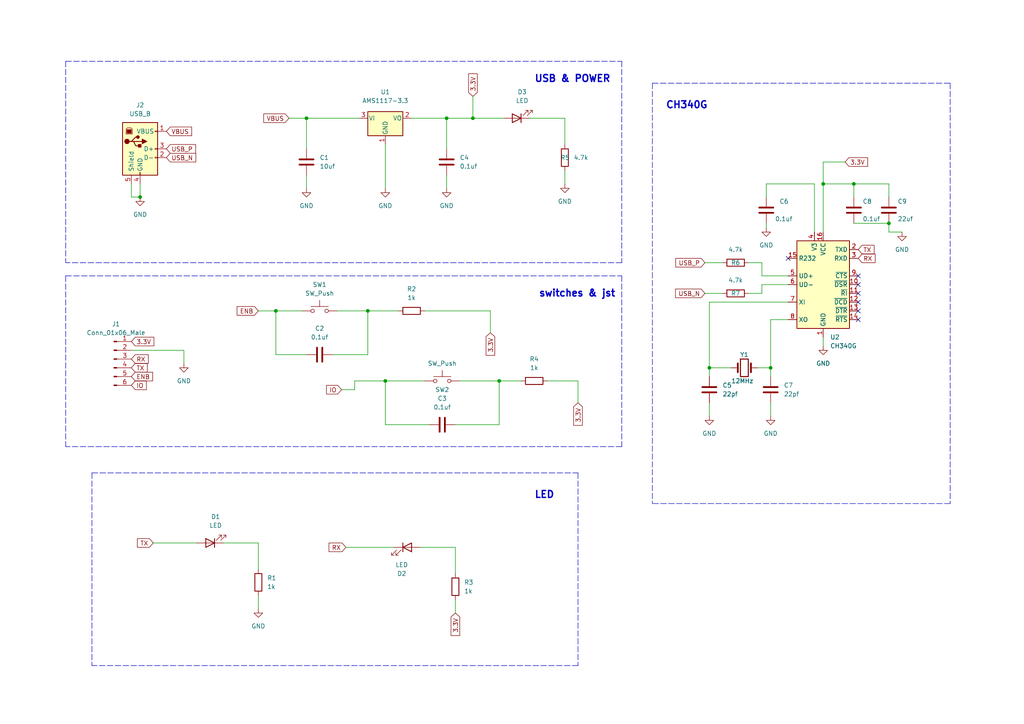
<source format=kicad_sch>
(kicad_sch (version 20211123) (generator eeschema)
  (paper "A4")
  (lib_symbols
    (symbol "Connector:Conn_01x06_Male" (pin_names (offset 1.016) hide)
      (property "Reference" "J" (at 0 7.62 0))
      (property "Value" "Conn_01x06_Male" (at 0 -10.16 0))
      (symbol "Conn_01x06_Male_1_1"
        (polyline (pts (xy 1.27 -7.62) (xy 0.8636 -7.62)) (stroke (width 0.1524)))
        (polyline (pts (xy 1.27 -5.08) (xy 0.8636 -5.08)) (stroke (width 0.1524)))
        (polyline (pts (xy 1.27 -2.54) (xy 0.8636 -2.54)) (stroke (width 0.1524)))
        (polyline (pts (xy 1.27 0) (xy 0.8636 0)) (stroke (width 0.1524)))
        (polyline (pts (xy 1.27 2.54) (xy 0.8636 2.54)) (stroke (width 0.1524)))
        (polyline (pts (xy 1.27 5.08) (xy 0.8636 5.08)) (stroke (width 0.1524)))
        (rectangle (start 0.8636 -7.493) (end 0 -7.747) (stroke (width 0.1524)) (fill (type outline)))
        (rectangle (start 0.8636 -4.953) (end 0 -5.207) (stroke (width 0.1524)) (fill (type outline)))
        (rectangle (start 0.8636 -2.413) (end 0 -2.667) (stroke (width 0.1524)) (fill (type outline)))
        (rectangle (start 0.8636 0.127) (end 0 -0.127) (stroke (width 0.1524)) (fill (type outline)))
        (rectangle (start 0.8636 2.667) (end 0 2.413) (stroke (width 0.1524)) (fill (type outline)))
        (rectangle (start 0.8636 5.207) (end 0 4.953) (stroke (width 0.1524)) (fill (type outline)))
        (pin passive line (at 5.08 5.08 180) (length 3.81) (name "Pin_1") (number "1"))
        (pin passive line (at 5.08 2.54 180) (length 3.81) (name "Pin_2") (number "2"))
        (pin passive line (at 5.08 0 180) (length 3.81) (name "Pin_3") (number "3"))
        (pin passive line (at 5.08 -2.54 180) (length 3.81) (name "Pin_4") (number "4"))
        (pin passive line (at 5.08 -5.08 180) (length 3.81) (name "Pin_5") (number "5"))
        (pin passive line (at 5.08 -7.62 180) (length 3.81) (name "Pin_6") (number "6"))
      )
    )
    (symbol "Connector:USB_B" (pin_names (offset 1.016))
      (property "Reference" "J" (at -5.08 11.43 0))
      (property "Value" "USB_B" (at -5.08 8.89 0))
      (symbol "USB_B_0_1"
        (rectangle (start -5.08 -7.62) (end 5.08 7.62) (stroke (width 0.254)) (fill (type background)))
        (circle (center -3.81 2.159) (radius 0.635) (stroke (width 0.254)) (fill (type outline)))
        (rectangle (start -3.81 5.588) (end -2.54 4.572) (fill (type outline)))
        (circle (center -0.635 3.429) (radius 0.381) (stroke (width 0.254)) (fill (type outline)))
        (rectangle (start -0.127 -7.62) (end 0.127 -6.858))
        (polyline (pts (xy -1.905 2.159) (xy 0.635 2.159)) (stroke (width 0.254)))
        (polyline (pts (xy -3.175 2.159) (xy -2.54 2.159) (xy -1.27 3.429) (xy -0.635 3.429)) (stroke (width 0.254)))
        (polyline (pts (xy -2.54 2.159) (xy -1.905 2.159) (xy -1.27 0.889) (xy 0 0.889)) (stroke (width 0.254)))
        (polyline (pts (xy 0.635 2.794) (xy 0.635 1.524) (xy 1.905 2.159) (xy 0.635 2.794)) (stroke (width 0.254)) (fill (type outline)))
        (polyline (pts (xy -4.064 4.318) (xy -2.286 4.318) (xy -2.286 5.715) (xy -2.667 6.096) (xy -3.683 6.096) (xy -4.064 5.715) (xy -4.064 4.318)))
        (rectangle (start 0.254 1.27) (end -0.508 0.508) (stroke (width 0.254)) (fill (type outline)))
        (rectangle (start 5.08 -2.667) (end 4.318 -2.413))
        (rectangle (start 5.08 -0.127) (end 4.318 0.127))
        (rectangle (start 5.08 4.953) (end 4.318 5.207))
      )
      (symbol "USB_B_1_1"
        (pin power_out line (at 7.62 5.08 180) (length 2.54) (name "VBUS") (number "1"))
        (pin bidirectional line (at 7.62 -2.54 180) (length 2.54) (name "D-") (number "2"))
        (pin bidirectional line (at 7.62 0 180) (length 2.54) (name "D+") (number "3"))
        (pin power_out line (at 0 -10.16 90) (length 2.54) (name "GND") (number "4"))
        (pin passive line (at -2.54 -10.16 90) (length 2.54) (name "Shield") (number "5"))
      )
    )
    (symbol "Device:C" (pin_numbers hide) (pin_names (offset 0.254))
      (property "Reference" "C" (at 0.635 2.54 0))
      (property "Value" "C" (at 0.635 -2.54 0))
      (symbol "C_0_1"
        (polyline (pts (xy -2.032 -0.762) (xy 2.032 -0.762)) (stroke (width 0.508)))
        (polyline (pts (xy -2.032 0.762) (xy 2.032 0.762)) (stroke (width 0.508)))
      )
      (symbol "C_1_1"
        (pin passive line (at 0 3.81 270) (length 2.794) (name "~") (number "1"))
        (pin passive line (at 0 -3.81 90) (length 2.794) (name "~") (number "2"))
      )
    )
    (symbol "Device:Crystal" (pin_numbers hide) (pin_names (offset 1.016) hide)
      (property "Reference" "Y" (at 0 3.81 0))
      (property "Value" "Crystal" (at 0 -3.81 0))
      (symbol "Crystal_0_1"
        (rectangle (start -1.143 2.54) (end 1.143 -2.54) (stroke (width 0.3048)))
        (polyline (pts (xy -2.54 0) (xy -1.905 0)))
        (polyline (pts (xy -1.905 -1.27) (xy -1.905 1.27)) (stroke (width 0.508)))
        (polyline (pts (xy 1.905 -1.27) (xy 1.905 1.27)) (stroke (width 0.508)))
        (polyline (pts (xy 2.54 0) (xy 1.905 0)))
      )
      (symbol "Crystal_1_1"
        (pin passive line (at -3.81 0 0) (length 1.27) (name "1") (number "1"))
        (pin passive line (at 3.81 0 180) (length 1.27) (name "2") (number "2"))
      )
    )
    (symbol "Device:LED" (pin_numbers hide) (pin_names (offset 1.016) hide)
      (property "Reference" "D" (at 0 2.54 0))
      (property "Value" "LED" (at 0 -2.54 0))
      (symbol "LED_0_1"
        (polyline (pts (xy -1.27 -1.27) (xy -1.27 1.27)) (stroke (width 0.254)))
        (polyline (pts (xy -1.27 0) (xy 1.27 0)))
        (polyline (pts (xy 1.27 -1.27) (xy 1.27 1.27) (xy -1.27 0) (xy 1.27 -1.27)) (stroke (width 0.254)))
        (polyline (pts (xy -3.048 -0.762) (xy -4.572 -2.286) (xy -3.81 -2.286) (xy -4.572 -2.286) (xy -4.572 -1.524)))
        (polyline (pts (xy -1.778 -0.762) (xy -3.302 -2.286) (xy -2.54 -2.286) (xy -3.302 -2.286) (xy -3.302 -1.524)))
      )
      (symbol "LED_1_1"
        (pin passive line (at -3.81 0 0) (length 2.54) (name "K") (number "1"))
        (pin passive line (at 3.81 0 180) (length 2.54) (name "A") (number "2"))
      )
    )
    (symbol "Device:R" (pin_numbers hide) (pin_names (offset 0))
      (property "Reference" "R" (at 2.032 0 90))
      (property "Value" "R" (at 0 0 90))
      (symbol "R_0_1"
        (rectangle (start -1.016 -2.54) (end 1.016 2.54) (stroke (width 0.254)))
      )
      (symbol "R_1_1"
        (pin passive line (at 0 3.81 270) (length 1.27) (name "~") (number "1"))
        (pin passive line (at 0 -3.81 90) (length 1.27) (name "~") (number "2"))
      )
    )
    (symbol "Interface_USB:CH340G"
      (property "Reference" "U" (at -5.08 13.97 0))
      (property "Value" "CH340G" (at 1.27 13.97 0))
      (symbol "CH340G_0_1"
        (rectangle (start -7.62 12.7) (end 7.62 -12.7) (stroke (width 0.254)) (fill (type background)))
      )
      (symbol "CH340G_1_1"
        (pin power_in line (at 0 -15.24 90) (length 2.54) (name "GND") (number "1"))
        (pin input line (at 10.16 0 180) (length 2.54) (name "~{DSR}") (number "10"))
        (pin input line (at 10.16 -2.54 180) (length 2.54) (name "~{RI}") (number "11"))
        (pin input line (at 10.16 -5.08 180) (length 2.54) (name "~{DCD}") (number "12"))
        (pin output line (at 10.16 -7.62 180) (length 2.54) (name "~{DTR}") (number "13"))
        (pin output line (at 10.16 -10.16 180) (length 2.54) (name "~{RTS}") (number "14"))
        (pin input line (at -10.16 7.62 0) (length 2.54) (name "R232") (number "15"))
        (pin power_in line (at 0 15.24 270) (length 2.54) (name "VCC") (number "16"))
        (pin output line (at 10.16 10.16 180) (length 2.54) (name "TXD") (number "2"))
        (pin input line (at 10.16 7.62 180) (length 2.54) (name "RXD") (number "3"))
        (pin passive line (at -2.54 15.24 270) (length 2.54) (name "V3") (number "4"))
        (pin bidirectional line (at -10.16 2.54 0) (length 2.54) (name "UD+") (number "5"))
        (pin bidirectional line (at -10.16 0 0) (length 2.54) (name "UD-") (number "6"))
        (pin input line (at -10.16 -5.08 0) (length 2.54) (name "XI") (number "7"))
        (pin output line (at -10.16 -10.16 0) (length 2.54) (name "XO") (number "8"))
        (pin input line (at 10.16 2.54 180) (length 2.54) (name "~{CTS}") (number "9"))
      )
    )
    (symbol "Regulator_Linear:AMS1117-3.3" (pin_names (offset 0.254))
      (property "Reference" "U" (at -3.81 3.175 0))
      (property "Value" "AMS1117-3.3" (at 0 3.175 0))
      (symbol "AMS1117-3.3_0_1"
        (rectangle (start -5.08 -5.08) (end 5.08 1.905) (stroke (width 0.254)) (fill (type background)))
      )
      (symbol "AMS1117-3.3_1_1"
        (pin power_in line (at 0 -7.62 90) (length 2.54) (name "GND") (number "1"))
        (pin power_out line (at 7.62 0 180) (length 2.54) (name "VO") (number "2"))
        (pin power_in line (at -7.62 0 0) (length 2.54) (name "VI") (number "3"))
      )
    )
    (symbol "Switch:SW_Push" (pin_numbers hide) (pin_names (offset 1.016) hide)
      (property "Reference" "SW" (at 1.27 2.54 0))
      (property "Value" "SW_Push" (at 0 -1.524 0))
      (symbol "SW_Push_0_1"
        (circle (center -2.032 0) (radius 0.508))
        (polyline (pts (xy 0 1.27) (xy 0 3.048)))
        (polyline (pts (xy 2.54 1.27) (xy -2.54 1.27)))
        (circle (center 2.032 0) (radius 0.508))
        (pin passive line (at -5.08 0 0) (length 2.54) (name "1") (number "1"))
        (pin passive line (at 5.08 0 180) (length 2.54) (name "2") (number "2"))
      )
    )
    (symbol "power:GND" (power) (pin_names (offset 0))
      (property "Value" "GND" (at 0 -3.81 0))
      (symbol "GND_0_1"
        (polyline (pts (xy 0 0) (xy 0 -1.27) (xy 1.27 -1.27) (xy 0 -2.54) (xy -1.27 -1.27) (xy 0 -1.27)))
      )
      (symbol "GND_1_1"
        (pin power_in line (at 0 0 270) (length 0) hide (name "GND") (number "1"))
      )
    )
  )
  (junction (at 129.54 34.29))
  (junction (at 80.01 90.17))
  (junction (at 223.52 106.68))
  (junction (at 247.65 53.34))
  (junction (at 257.81 64.77))
  (junction (at 111.76 110.49))
  (junction (at 106.68 90.17))
  (junction (at 137.16 34.29))
  (junction (at 238.76 53.34))
  (junction (at 205.74 106.68))
  (junction (at 144.78 110.49))
  (junction (at 88.9 34.29))
  (junction (at 40.64 57.15))
  (no_connect (at 228.6 74.93))
  (no_connect (at 248.92 90.17))
  (no_connect (at 248.92 85.09))
  (no_connect (at 248.92 92.71))
  (no_connect (at 248.92 87.63))
  (no_connect (at 248.92 82.55))
  (no_connect (at 248.92 80.01))
  (wire (pts (xy 238.76 67.31) (xy 238.76 53.34)))
  (wire (pts (xy 163.83 34.29) (xy 163.83 41.91)))
  (wire (pts (xy 238.76 53.34) (xy 247.65 53.34)))
  (wire (pts (xy 137.16 27.94) (xy 137.16 34.29)))
  (wire (pts (xy 123.19 90.17) (xy 142.24 90.17)))
  (wire (pts (xy 111.76 41.91) (xy 111.76 54.61)))
  (polyline (pts (xy 26.67 137.16) (xy 167.64 137.16)))
  (wire (pts (xy 142.24 90.17) (xy 142.24 96.52)))
  (wire (pts (xy 102.87 113.03) (xy 99.06 113.03)))
  (wire (pts (xy 257.81 64.77) (xy 257.81 67.31)))
  (wire (pts (xy 261.62 67.31) (xy 257.81 67.31)))
  (wire (pts (xy 236.22 53.34) (xy 222.25 53.34)))
  (wire (pts (xy 88.9 34.29) (xy 88.9 43.18)))
  (polyline (pts (xy 275.59 146.05) (xy 189.23 146.05)))
  (polyline (pts (xy 26.67 137.16) (xy 26.67 193.04)))
  (wire (pts (xy 106.68 102.87) (xy 106.68 90.17)))
  (wire (pts (xy 144.78 123.19) (xy 144.78 110.49)))
  (wire (pts (xy 257.81 53.34) (xy 257.81 57.15)))
  (wire (pts (xy 163.83 49.53) (xy 163.83 53.34)))
  (wire (pts (xy 247.65 64.77) (xy 257.81 64.77)))
  (wire (pts (xy 74.93 172.72) (xy 74.93 176.53)))
  (wire (pts (xy 121.92 158.75) (xy 132.08 158.75)))
  (wire (pts (xy 129.54 34.29) (xy 137.16 34.29)))
  (wire (pts (xy 220.98 82.55) (xy 220.98 85.09)))
  (polyline (pts (xy 167.64 137.16) (xy 167.64 193.04)))
  (wire (pts (xy 205.74 106.68) (xy 212.09 106.68)))
  (wire (pts (xy 217.17 76.2) (xy 220.98 76.2)))
  (wire (pts (xy 220.98 80.01) (xy 228.6 80.01)))
  (wire (pts (xy 88.9 34.29) (xy 104.14 34.29)))
  (wire (pts (xy 80.01 102.87) (xy 80.01 90.17)))
  (wire (pts (xy 205.74 87.63) (xy 205.74 106.68)))
  (wire (pts (xy 238.76 46.99) (xy 238.76 53.34)))
  (wire (pts (xy 100.33 158.75) (xy 114.3 158.75)))
  (wire (pts (xy 38.1 57.15) (xy 40.64 57.15)))
  (wire (pts (xy 245.11 46.99) (xy 238.76 46.99)))
  (wire (pts (xy 38.1 101.6) (xy 53.34 101.6)))
  (wire (pts (xy 238.76 97.79) (xy 238.76 100.33)))
  (wire (pts (xy 204.47 85.09) (xy 209.55 85.09)))
  (polyline (pts (xy 167.64 193.04) (xy 26.67 193.04)))
  (wire (pts (xy 44.45 157.48) (xy 57.15 157.48)))
  (wire (pts (xy 247.65 53.34) (xy 257.81 53.34)))
  (polyline (pts (xy 180.34 80.01) (xy 180.34 129.54)))
  (wire (pts (xy 106.68 90.17) (xy 115.57 90.17)))
  (wire (pts (xy 88.9 102.87) (xy 80.01 102.87)))
  (polyline (pts (xy 180.34 17.78) (xy 180.34 76.2)))
  (wire (pts (xy 228.6 92.71) (xy 223.52 92.71)))
  (wire (pts (xy 129.54 50.8) (xy 129.54 54.61)))
  (wire (pts (xy 167.64 110.49) (xy 167.64 116.84)))
  (polyline (pts (xy 275.59 24.13) (xy 275.59 146.05)))
  (wire (pts (xy 153.67 34.29) (xy 163.83 34.29)))
  (wire (pts (xy 236.22 67.31) (xy 236.22 53.34)))
  (wire (pts (xy 205.74 106.68) (xy 205.74 109.22)))
  (wire (pts (xy 223.52 116.84) (xy 223.52 120.65)))
  (wire (pts (xy 228.6 87.63) (xy 205.74 87.63)))
  (polyline (pts (xy 180.34 76.2) (xy 19.05 76.2)))
  (wire (pts (xy 144.78 110.49) (xy 151.13 110.49)))
  (wire (pts (xy 40.64 53.34) (xy 40.64 57.15)))
  (wire (pts (xy 74.93 157.48) (xy 74.93 165.1)))
  (wire (pts (xy 124.46 123.19) (xy 111.76 123.19)))
  (polyline (pts (xy 189.23 24.13) (xy 189.23 146.05)))
  (wire (pts (xy 111.76 110.49) (xy 123.19 110.49)))
  (wire (pts (xy 102.87 110.49) (xy 102.87 113.03)))
  (wire (pts (xy 83.82 34.29) (xy 88.9 34.29)))
  (wire (pts (xy 158.75 110.49) (xy 167.64 110.49)))
  (wire (pts (xy 222.25 64.77) (xy 222.25 66.04)))
  (wire (pts (xy 80.01 90.17) (xy 87.63 90.17)))
  (wire (pts (xy 247.65 53.34) (xy 247.65 57.15)))
  (wire (pts (xy 222.25 53.34) (xy 222.25 57.15)))
  (wire (pts (xy 74.93 90.17) (xy 80.01 90.17)))
  (wire (pts (xy 137.16 34.29) (xy 146.05 34.29)))
  (polyline (pts (xy 19.05 80.01) (xy 19.05 129.54)))
  (wire (pts (xy 205.74 116.84) (xy 205.74 120.65)))
  (wire (pts (xy 64.77 157.48) (xy 74.93 157.48)))
  (polyline (pts (xy 19.05 80.01) (xy 180.34 80.01)))
  (wire (pts (xy 102.87 110.49) (xy 111.76 110.49)))
  (wire (pts (xy 228.6 82.55) (xy 220.98 82.55)))
  (wire (pts (xy 53.34 101.6) (xy 53.34 105.41)))
  (wire (pts (xy 223.52 109.22) (xy 223.52 106.68)))
  (wire (pts (xy 223.52 92.71) (xy 223.52 106.68)))
  (wire (pts (xy 220.98 85.09) (xy 217.17 85.09)))
  (wire (pts (xy 132.08 158.75) (xy 132.08 166.37)))
  (wire (pts (xy 97.79 90.17) (xy 106.68 90.17)))
  (wire (pts (xy 129.54 34.29) (xy 129.54 43.18)))
  (wire (pts (xy 133.35 110.49) (xy 144.78 110.49)))
  (polyline (pts (xy 180.34 129.54) (xy 19.05 129.54)))
  (wire (pts (xy 132.08 173.99) (xy 132.08 177.8)))
  (wire (pts (xy 204.47 76.2) (xy 209.55 76.2)))
  (wire (pts (xy 220.98 76.2) (xy 220.98 80.01)))
  (polyline (pts (xy 19.05 17.78) (xy 19.05 76.2)))
  (wire (pts (xy 119.38 34.29) (xy 129.54 34.29)))
  (wire (pts (xy 111.76 123.19) (xy 111.76 110.49)))
  (polyline (pts (xy 189.23 24.13) (xy 275.59 24.13)))
  (wire (pts (xy 219.71 106.68) (xy 223.52 106.68)))
  (polyline (pts (xy 19.05 17.78) (xy 180.34 17.78)))
  (wire (pts (xy 132.08 123.19) (xy 144.78 123.19)))
  (wire (pts (xy 38.1 53.34) (xy 38.1 57.15)))
  (wire (pts (xy 96.52 102.87) (xy 106.68 102.87)))
  (wire (pts (xy 88.9 50.8) (xy 88.9 54.61)))
  (text "switches & jst \n" (at 156.21 86.36 0) (effects (font (size 2 2) bold) (justify left bottom)))
  (text "CH340G" (at 193.04 31.75 0) (effects (font (size 2 2) bold) (justify left bottom)))
  (text "LED" (at 154.94 144.78 0) (effects (font (size 2 2) bold) (justify left bottom)))
  (text "USB & POWER" (at 154.94 24.13 0) (effects (font (size 2 2) bold) (justify left bottom)))
  (global_label "3.3V" (shape input) (at 38.1 99.06 0) (property "Intersheet References" "${INTERSHEET_REFS}" (effects hide)))
  (global_label "TX" (shape input) (at 44.45 157.48 180) (property "Intersheet References" "${INTERSHEET_REFS}" (effects hide)))
  (global_label "IO" (shape input) (at 99.06 113.03 180) (property "Intersheet References" "${INTERSHEET_REFS}" (effects hide)))
  (global_label "RX" (shape input) (at 248.92 74.93 0) (property "Intersheet References" "${INTERSHEET_REFS}" (effects hide)))
  (global_label "USB_P" (shape input) (at 48.26 43.18 0) (property "Intersheet References" "${INTERSHEET_REFS}" (effects hide)))
  (global_label "USB_P" (shape input) (at 204.47 76.2 180) (property "Intersheet References" "${INTERSHEET_REFS}" (effects hide)))
  (global_label "USB_N" (shape input) (at 48.26 45.72 0) (property "Intersheet References" "${INTERSHEET_REFS}" (effects hide)))
  (global_label "IO" (shape input) (at 38.1 111.76 0) (property "Intersheet References" "${INTERSHEET_REFS}" (effects hide)))
  (global_label "TX" (shape input) (at 38.1 106.68 0) (property "Intersheet References" "${INTERSHEET_REFS}" (effects hide)))
  (global_label "3.3V" (shape input) (at 132.08 177.8 270) (property "Intersheet References" "${INTERSHEET_REFS}" (effects hide)))
  (global_label "RX" (shape input) (at 38.1 104.14 0) (property "Intersheet References" "${INTERSHEET_REFS}" (effects hide)))
  (global_label "3.3V" (shape input) (at 137.16 27.94 90) (property "Intersheet References" "${INTERSHEET_REFS}" (effects hide)))
  (global_label "USB_N" (shape input) (at 204.47 85.09 180) (property "Intersheet References" "${INTERSHEET_REFS}" (effects hide)))
  (global_label "3.3V" (shape input) (at 142.24 96.52 270) (property "Intersheet References" "${INTERSHEET_REFS}" (effects hide)))
  (global_label "VBUS" (shape input) (at 48.26 38.1 0) (property "Intersheet References" "${INTERSHEET_REFS}" (effects hide)))
  (global_label "TX" (shape input) (at 248.92 72.39 0) (property "Intersheet References" "${INTERSHEET_REFS}" (effects hide)))
  (global_label "VBUS" (shape input) (at 83.82 34.29 180) (property "Intersheet References" "${INTERSHEET_REFS}" (effects hide)))
  (global_label "ENB" (shape input) (at 74.93 90.17 180) (property "Intersheet References" "${INTERSHEET_REFS}" (effects hide)))
  (global_label "3.3V" (shape input) (at 167.64 116.84 270) (property "Intersheet References" "${INTERSHEET_REFS}" (effects hide)))
  (global_label "ENB" (shape input) (at 38.1 109.22 0) (property "Intersheet References" "${INTERSHEET_REFS}" (effects hide)))
  (global_label "RX" (shape input) (at 100.33 158.75 180) (property "Intersheet References" "${INTERSHEET_REFS}" (effects hide)))
  (global_label "3.3V" (shape input) (at 245.11 46.99 0) (property "Intersheet References" "${INTERSHEET_REFS}" (effects hide)))
  (symbol (lib_id "Device:C") (at 129.54 46.99 0) (unit 1)
    (property "Reference" "C4" (at 133.35 45.7199 0) (effects (justify left)))
    (property "Value" "0.1uf" (at 133.35 48.2599 0) (effects (justify left)))
    (property "Footprint" "Capacitor_SMD:C_0805_2012Metric_Pad1.18x1.45mm_HandSolder" (effects hide))
  )
  (symbol (lib_id "Device:R") (at 119.38 90.17 90) (unit 1)
    (property "Reference" "R2" (at 119.38 83.82 90))
    (property "Value" "1k" (at 119.38 86.36 90))
    (property "Footprint" "Resistor_SMD:R_0805_2012Metric_Pad1.20x1.40mm_HandSolder" (effects hide))
  )
  (symbol (lib_id "Connector:USB_B") (at 40.64 43.18 0) (unit 1)
    (property "Reference" "J2" (at 40.64 30.48 0))
    (property "Value" "USB_B" (at 40.64 33.02 0))
    (property "Footprint" "Connector_USB:USB_B_OST_USB-B1HSxx_Horizontal" (effects hide))
    (property "Datasheet" " ~" (effects hide))
  )
  (symbol (lib_id "Device:C") (at 92.71 102.87 90) (unit 1)
    (property "Reference" "C2" (at 92.71 95.25 90))
    (property "Value" "0.1uf" (at 92.71 97.79 90))
    (property "Footprint" "Capacitor_SMD:C_0805_2012Metric_Pad1.18x1.45mm_HandSolder" (effects hide))
  )
  (symbol (lib_id "Switch:SW_Push") (at 92.71 90.17 0) (unit 1)
    (property "Reference" "SW1" (at 92.71 82.55 0))
    (property "Value" "SW_Push" (at 92.71 85.09 0))
    (property "Footprint" "Button_Switch_SMD:SW_SPST_TL3342" (effects hide))
  )
  (symbol (lib_id "Device:C") (at 205.74 113.03 0) (unit 1)
    (property "Reference" "C5" (at 209.55 111.7599 0) (effects (justify left)))
    (property "Value" "22pf" (at 209.55 114.2999 0) (effects (justify left)))
    (property "Footprint" "Capacitor_SMD:C_0805_2012Metric_Pad1.18x1.45mm_HandSolder" (effects hide))
  )
  (symbol (lib_id "Device:LED") (at 60.96 157.48 180) (unit 1)
    (property "Reference" "D1" (at 62.5475 149.86 0))
    (property "Value" "LED" (at 62.5475 152.4 0))
    (property "Footprint" "LED_SMD:LED_0805_2012Metric_Pad1.15x1.40mm_HandSolder" (effects hide))
  )
  (symbol (lib_id "Device:LED") (at 118.11 158.75 0) (unit 1)
    (property "Reference" "D2" (at 116.5225 166.37 0))
    (property "Value" "LED" (at 116.5225 163.83 0))
    (property "Footprint" "LED_SMD:LED_0805_2012Metric_Pad1.15x1.40mm_HandSolder" (effects hide))
  )
  (symbol (lib_id "power:GND") (at 129.54 54.61 0) (unit 1)
    (property "Reference" "#PWR0103" (effects hide))
    (property "Value" "GND" (at 129.54 59.69 0))
  )
  (symbol (lib_id "Device:R") (at 154.94 110.49 90) (unit 1)
    (property "Reference" "R4" (at 154.94 104.14 90))
    (property "Value" "1k" (at 154.94 106.68 90))
    (property "Footprint" "Resistor_SMD:R_0805_2012Metric_Pad1.20x1.40mm_HandSolder" (effects hide))
  )
  (symbol (lib_id "Device:Crystal") (at 215.9 106.68 180) (unit 1)
    (property "Reference" "Y1" (at 214.63 102.87 0) (effects (justify right)))
    (property "Value" "12MHz" (at 212.09 110.49 0) (effects (justify right)))
    (property "Footprint" "Crystal:Crystal_HC18-U_Vertical" (effects hide))
  )
  (symbol (lib_id "power:GND") (at 163.83 53.34 0) (unit 1)
    (property "Reference" "#PWR0105" (effects hide))
    (property "Value" "GND" (at 163.83 58.42 0))
  )
  (symbol (lib_id "Device:C") (at 222.25 60.96 0) (unit 1)
    (property "Reference" "C6" (at 226.06 58.42 0) (effects (justify left)))
    (property "Value" "0.1uf" (at 224.79 63.5 0) (effects (justify left)))
    (property "Footprint" "Capacitor_SMD:C_0805_2012Metric_Pad1.18x1.45mm_HandSolder" (effects hide))
  )
  (symbol (lib_id "Device:C") (at 128.27 123.19 90) (unit 1)
    (property "Reference" "C3" (at 128.27 115.57 90))
    (property "Value" "0.1uf" (at 128.27 118.11 90))
    (property "Footprint" "Capacitor_SMD:C_0805_2012Metric_Pad1.18x1.45mm_HandSolder" (effects hide))
  )
  (symbol (lib_id "power:GND") (at 223.52 120.65 0) (unit 1)
    (property "Reference" "#PWR0110" (effects hide))
    (property "Value" "GND" (at 223.52 125.73 0))
  )
  (symbol (lib_id "Interface_USB:CH340G") (at 238.76 82.55 0) (unit 1)
    (property "Reference" "U2" (at 240.7794 97.79 0) (effects (justify left)))
    (property "Value" "CH340G" (at 240.7794 100.33 0) (effects (justify left)))
    (property "Footprint" "Package_SO:SOIC-16_3.9x9.9mm_P1.27mm" (effects hide))
    (property "Datasheet" "http://www.datasheet5.com/pdf-local-2195953" (effects hide))
  )
  (symbol (lib_id "Device:C") (at 88.9 46.99 0) (unit 1)
    (property "Reference" "C1" (at 92.71 45.7199 0) (effects (justify left)))
    (property "Value" "10uf" (at 92.71 48.2599 0) (effects (justify left)))
    (property "Footprint" "Capacitor_SMD:C_0805_2012Metric_Pad1.18x1.45mm_HandSolder" (effects hide))
  )
  (symbol (lib_id "Device:R") (at 213.36 76.2 90) (unit 1)
    (property "Reference" "R6" (at 213.36 76.2 90))
    (property "Value" "4.7k" (at 213.36 72.39 90))
    (property "Footprint" "Resistor_SMD:R_0805_2012Metric_Pad1.20x1.40mm_HandSolder" (effects hide))
  )
  (symbol (lib_id "Device:R") (at 163.83 45.72 0) (unit 1)
    (property "Reference" "R5" (at 162.56 45.72 0) (effects (justify left)))
    (property "Value" "4.7k" (at 166.37 45.72 0) (effects (justify left)))
    (property "Footprint" "Resistor_SMD:R_0805_2012Metric_Pad1.20x1.40mm_HandSolder" (effects hide))
  )
  (symbol (lib_id "Device:C") (at 223.52 113.03 0) (unit 1)
    (property "Reference" "C7" (at 227.33 111.7599 0) (effects (justify left)))
    (property "Value" "22pf" (at 227.33 114.2999 0) (effects (justify left)))
    (property "Footprint" "Capacitor_SMD:C_0805_2012Metric_Pad1.18x1.45mm_HandSolder" (effects hide))
  )
  (symbol (lib_id "Device:C") (at 247.65 60.96 0) (unit 1)
    (property "Reference" "C8" (at 250.19 58.42 0) (effects (justify left)))
    (property "Value" "0.1uf" (at 250.19 63.5 0) (effects (justify left)))
    (property "Footprint" "Capacitor_SMD:C_0805_2012Metric_Pad1.18x1.45mm_HandSolder" (effects hide))
  )
  (symbol (lib_id "Device:R") (at 213.36 85.09 90) (unit 1)
    (property "Reference" "R7" (at 213.36 85.09 90))
    (property "Value" "4.7k" (at 213.36 81.28 90))
    (property "Footprint" "Resistor_SMD:R_0805_2012Metric_Pad1.20x1.40mm_HandSolder" (effects hide))
  )
  (symbol (lib_id "power:GND") (at 238.76 100.33 0) (unit 1)
    (property "Reference" "#PWR0111" (effects hide))
    (property "Value" "GND" (at 238.76 105.41 0))
  )
  (symbol (lib_id "power:GND") (at 205.74 120.65 0) (unit 1)
    (property "Reference" "#PWR0109" (effects hide))
    (property "Value" "GND" (at 205.74 125.73 0))
  )
  (symbol (lib_id "Switch:SW_Push") (at 128.27 110.49 0) (unit 1)
    (property "Reference" "SW2" (at 128.27 113.03 0))
    (property "Value" "SW_Push" (at 128.27 105.41 0))
    (property "Footprint" "Button_Switch_SMD:SW_SPST_TL3342" (effects hide))
  )
  (symbol (lib_id "Device:R") (at 74.93 168.91 0) (unit 1)
    (property "Reference" "R1" (at 77.47 167.6399 0) (effects (justify left)))
    (property "Value" "1k" (at 77.47 170.1799 0) (effects (justify left)))
    (property "Footprint" "Resistor_SMD:R_0805_2012Metric_Pad1.20x1.40mm_HandSolder" (effects hide))
  )
  (symbol (lib_id "Device:C") (at 257.81 60.96 0) (unit 1)
    (property "Reference" "C9" (at 260.35 58.42 0) (effects (justify left)))
    (property "Value" "22uf" (at 260.35 63.5 0) (effects (justify left)))
    (property "Footprint" "Capacitor_SMD:C_0805_2012Metric_Pad1.18x1.45mm_HandSolder" (effects hide))
  )
  (symbol (lib_id "Connector:Conn_01x06_Male") (at 33.02 104.14 0) (unit 1)
    (property "Reference" "J1" (at 33.655 93.98 0))
    (property "Value" "Conn_01x06_Male" (at 33.655 96.52 0))
    (property "Footprint" "Connector_JST:JST_EH_B6B-EH-A_1x06_P2.50mm_Vertical" (effects hide))
  )
  (symbol (lib_id "power:GND") (at 53.34 105.41 0) (unit 1)
    (property "Reference" "#PWR0102" (effects hide))
    (property "Value" "GND" (at 53.34 110.49 0))
  )
  (symbol (lib_id "power:GND") (at 74.93 176.53 0) (unit 1)
    (property "Reference" "#PWR0101" (effects hide))
    (property "Value" "GND" (at 74.93 181.61 0))
  )
  (symbol (lib_id "Regulator_Linear:AMS1117-3.3") (at 111.76 34.29 0) (unit 1)
    (property "Reference" "U1" (at 111.76 26.67 0))
    (property "Value" "AMS1117-3.3" (at 111.76 29.21 0))
    (property "Footprint" "Package_TO_SOT_SMD:SOT-223-3_TabPin2" (effects hide))
    (property "Datasheet" "http://www.advanced-monolithic.com/pdf/ds1117.pdf" (effects hide))
  )
  (symbol (lib_id "power:GND") (at 40.64 57.15 0) (unit 1)
    (property "Reference" "#PWR0107" (effects hide))
    (property "Value" "GND" (at 40.64 62.23 0))
  )
  (symbol (lib_id "Device:LED") (at 149.86 34.29 180) (unit 1)
    (property "Reference" "D3" (at 151.4475 26.67 0))
    (property "Value" "LED" (at 151.4475 29.21 0))
    (property "Footprint" "LED_SMD:LED_0805_2012Metric_Pad1.15x1.40mm_HandSolder" (effects hide))
  )
  (symbol (lib_id "power:GND") (at 261.62 67.31 0) (unit 1)
    (property "Reference" "#PWR0112" (effects hide))
    (property "Value" "GND" (at 261.62 72.39 0))
  )
  (symbol (lib_id "power:GND") (at 111.76 54.61 0) (unit 1)
    (property "Reference" "#PWR0104" (effects hide))
    (property "Value" "GND" (at 111.76 59.69 0))
  )
  (symbol (lib_id "power:GND") (at 88.9 54.61 0) (unit 1)
    (property "Reference" "#PWR0106" (effects hide))
    (property "Value" "GND" (at 88.9 59.69 0))
  )
  (symbol (lib_id "Device:R") (at 132.08 170.18 0) (unit 1)
    (property "Reference" "R3" (at 134.62 168.9099 0) (effects (justify left)))
    (property "Value" "1k" (at 134.62 171.4499 0) (effects (justify left)))
    (property "Footprint" "Resistor_SMD:R_0805_2012Metric_Pad1.20x1.40mm_HandSolder" (effects hide))
  )
  (symbol (lib_id "power:GND") (at 222.25 66.04 0) (unit 1)
    (property "Reference" "#PWR0108" (effects hide))
    (property "Value" "GND" (at 222.25 71.12 0))
  )
)
</source>
